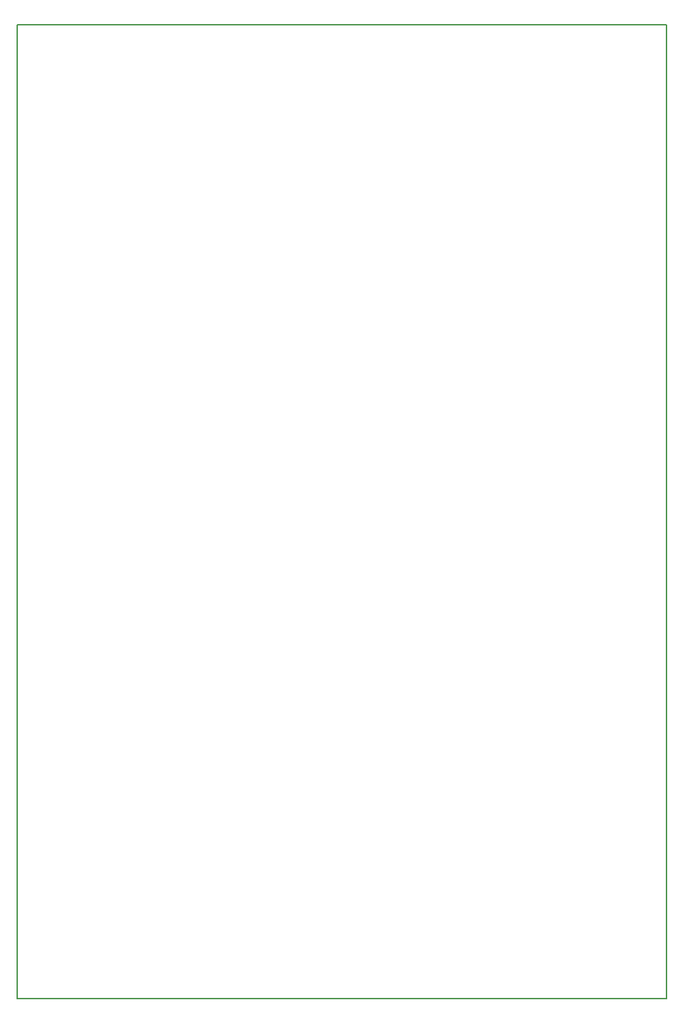
<source format=gm1>
G04 #@! TF.GenerationSoftware,KiCad,Pcbnew,8.0.1*
G04 #@! TF.CreationDate,2024-06-05T21:19:14+08:00*
G04 #@! TF.ProjectId,kicad-weight-scale-6-ch,6b696361-642d-4776-9569-6768742d7363,rev?*
G04 #@! TF.SameCoordinates,Original*
G04 #@! TF.FileFunction,Profile,NP*
%FSLAX46Y46*%
G04 Gerber Fmt 4.6, Leading zero omitted, Abs format (unit mm)*
G04 Created by KiCad (PCBNEW 8.0.1) date 2024-06-05 21:19:14*
%MOMM*%
%LPD*%
G01*
G04 APERTURE LIST*
G04 #@! TA.AperFunction,Profile*
%ADD10C,0.200000*%
G04 #@! TD*
G04 APERTURE END LIST*
D10*
X103880000Y-33540000D02*
X183880000Y-33540000D01*
X183880000Y-153540000D01*
X103880000Y-153540000D01*
X103880000Y-33540000D01*
M02*

</source>
